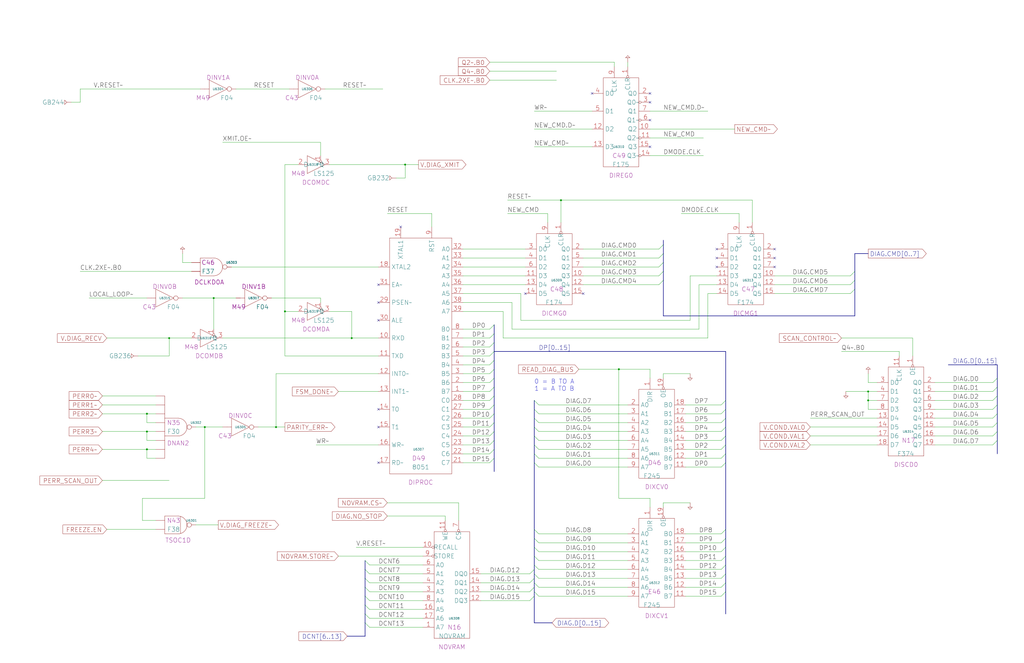
<source format=kicad_sch>
(kicad_sch (version 20250114) (generator "eeschema") (generator_version "9.0")
  (paper "User" 584.2 378.46)
  (title_block (title "DIAGNOSTIC PROCESSOR\\n8051 AND NOVRAM") (date "22-MAR-90") (rev "1.0") (comment 1 "VALUE") (comment 2 "232-003063") (comment 3 "S400") (comment 4 "RELEASED"))
  (text "0 = B TO A\n1 = A TO B\n" (at 327.66 223.52 0) (effects (font (size 2.54 2.54)) (justify right bottom)))
  (junction (at 121.92 170.18))
  (junction (at 157.48 243.84))
  (junction (at 353.06 210.82))
  (junction (at 83.82 256.54))
  (junction (at 96.52 193.04))
  (junction (at 200.66 193.04))
  (junction (at 116.84 243.84))
  (junction (at 320.04 114.3))
  (junction (at 495.3 223.52))
  (junction (at 162.56 177.8))
  (junction (at 231.14 93.98))
  (junction (at 83.82 246.38))
  (junction (at 83.82 236.22))
  (junction (at 495.3 228.6))
  (no_connect (at 441.96 152.4))
  (no_connect (at 337.82 53.34))
  (no_connect (at 215.9 182.88))
  (no_connect (at 228.6 129.54))
  (no_connect (at 408.94 152.4))
  (no_connect (at 408.94 147.32))
  (no_connect (at 215.9 264.16))
  (no_connect (at 215.9 162.56))
  (no_connect (at 332.74 167.64))
  (no_connect (at 441.96 142.24))
  (no_connect (at 370.84 58.42))
  (no_connect (at 215.9 172.72))
  (no_connect (at 441.96 147.32))
  (no_connect (at 370.84 68.58))
  (no_connect (at 370.84 53.34))
  (no_connect (at 215.9 233.68))
  (no_connect (at 299.72 167.64))
  (no_connect (at 408.94 142.24))
  (no_connect (at 215.9 243.84))
  (no_connect (at 370.84 83.82))
  (bus_entry (at 208.28 350.52) (size 2.54 2.54))
  (bus_entry (at 414.02 317.5) (size -2.54 2.54))
  (bus_entry (at 281.94 210.82) (size -2.54 2.54))
  (bus_entry (at 304.8 322.58) (size 2.54 2.54))
  (bus_entry (at 304.8 259.08) (size 2.54 2.54))
  (bus_entry (at 304.8 340.36) (size -2.54 2.54))
  (bus_entry (at 568.96 220.98) (size -2.54 2.54))
  (bus_entry (at 487.68 160.02) (size -2.54 2.54))
  (bus_entry (at 281.94 256.54) (size -2.54 2.54))
  (bus_entry (at 281.94 241.3) (size -2.54 2.54))
  (bus_entry (at 414.02 233.68) (size -2.54 2.54))
  (bus_entry (at 304.8 243.84) (size 2.54 2.54))
  (bus_entry (at 304.8 307.34) (size 2.54 2.54))
  (bus_entry (at 304.8 335.28) (size -2.54 2.54))
  (bus_entry (at 414.02 228.6) (size -2.54 2.54))
  (bus_entry (at 304.8 238.76) (size 2.54 2.54))
  (bus_entry (at 414.02 264.16) (size -2.54 2.54))
  (bus_entry (at 304.8 330.2) (size -2.54 2.54))
  (bus_entry (at 487.68 154.94) (size -2.54 2.54))
  (bus_entry (at 414.02 238.76) (size -2.54 2.54))
  (bus_entry (at 414.02 254) (size -2.54 2.54))
  (bus_entry (at 281.94 231.14) (size -2.54 2.54))
  (bus_entry (at 281.94 215.9) (size -2.54 2.54))
  (bus_entry (at 281.94 251.46) (size -2.54 2.54))
  (bus_entry (at 304.8 317.5) (size 2.54 2.54))
  (bus_entry (at 281.94 190.5) (size -2.54 2.54))
  (bus_entry (at 281.94 185.42) (size -2.54 2.54))
  (bus_entry (at 568.96 251.46) (size -2.54 2.54))
  (bus_entry (at 378.46 139.7) (size -2.54 2.54))
  (bus_entry (at 414.02 322.58) (size -2.54 2.54))
  (bus_entry (at 414.02 248.92) (size -2.54 2.54))
  (bus_entry (at 414.02 332.74) (size -2.54 2.54))
  (bus_entry (at 304.8 264.16) (size 2.54 2.54))
  (bus_entry (at 281.94 205.74) (size -2.54 2.54))
  (bus_entry (at 414.02 312.42) (size -2.54 2.54))
  (bus_entry (at 414.02 302.26) (size -2.54 2.54))
  (bus_entry (at 281.94 200.66) (size -2.54 2.54))
  (bus_entry (at 568.96 246.38) (size -2.54 2.54))
  (bus_entry (at 378.46 160.02) (size -2.54 2.54))
  (bus_entry (at 304.8 337.82) (size 2.54 2.54))
  (bus_entry (at 568.96 236.22) (size -2.54 2.54))
  (bus_entry (at 304.8 327.66) (size 2.54 2.54))
  (bus_entry (at 414.02 337.82) (size -2.54 2.54))
  (bus_entry (at 208.28 340.36) (size 2.54 2.54))
  (bus_entry (at 304.8 325.12) (size -2.54 2.54))
  (bus_entry (at 568.96 241.3) (size -2.54 2.54))
  (bus_entry (at 378.46 144.78) (size -2.54 2.54))
  (bus_entry (at 304.8 254) (size 2.54 2.54))
  (bus_entry (at 378.46 149.86) (size -2.54 2.54))
  (bus_entry (at 378.46 154.94) (size -2.54 2.54))
  (bus_entry (at 281.94 236.22) (size -2.54 2.54))
  (bus_entry (at 568.96 231.14) (size -2.54 2.54))
  (bus_entry (at 281.94 226.06) (size -2.54 2.54))
  (bus_entry (at 304.8 228.6) (size 2.54 2.54))
  (bus_entry (at 414.02 327.66) (size -2.54 2.54))
  (bus_entry (at 414.02 243.84) (size -2.54 2.54))
  (bus_entry (at 281.94 261.62) (size -2.54 2.54))
  (bus_entry (at 208.28 320.04) (size 2.54 2.54))
  (bus_entry (at 281.94 195.58) (size -2.54 2.54))
  (bus_entry (at 304.8 233.68) (size 2.54 2.54))
  (bus_entry (at 568.96 215.9) (size -2.54 2.54))
  (bus_entry (at 208.28 325.12) (size 2.54 2.54))
  (bus_entry (at 304.8 302.26) (size 2.54 2.54))
  (bus_entry (at 414.02 307.34) (size -2.54 2.54))
  (bus_entry (at 568.96 226.06) (size -2.54 2.54))
  (bus_entry (at 208.28 335.28) (size 2.54 2.54))
  (bus_entry (at 281.94 246.38) (size -2.54 2.54))
  (bus_entry (at 304.8 248.92) (size 2.54 2.54))
  (bus_entry (at 208.28 330.2) (size 2.54 2.54))
  (bus_entry (at 208.28 355.6) (size 2.54 2.54))
  (bus_entry (at 414.02 259.08) (size -2.54 2.54))
  (bus_entry (at 304.8 332.74) (size 2.54 2.54))
  (bus_entry (at 487.68 165.1) (size -2.54 2.54))
  (bus_entry (at 304.8 312.42) (size 2.54 2.54))
  (bus_entry (at 281.94 220.98) (size -2.54 2.54))
  (bus_entry (at 208.28 345.44) (size 2.54 2.54))
  (wire (pts (xy 88.9 297.18) (xy 81.28 297.18)))
  (wire (pts (xy 378.46 287.02) (xy 393.7 287.02)))
  (wire (pts (xy 264.16 208.28) (xy 279.4 208.28)))
  (wire (pts (xy 116.84 243.84) (xy 127 243.84)))
  (wire (pts (xy 157.48 243.84) (xy 162.56 243.84)))
  (wire (pts (xy 83.82 241.3) (xy 83.82 236.22)))
  (wire (pts (xy 441.96 167.64) (xy 485.14 167.64)))
  (wire (pts (xy 332.74 147.32) (xy 375.92 147.32)))
  (bus (pts (xy 304.8 337.82) (xy 304.8 340.36)))
  (bus (pts (xy 414.02 302.26) (xy 414.02 307.34)))
  (bus (pts (xy 568.96 215.9) (xy 568.96 220.98)))
  (wire (pts (xy 111.76 299.72) (xy 124.46 299.72)))
  (wire (pts (xy 391.16 304.8) (xy 411.48 304.8)))
  (wire (pts (xy 533.4 254) (xy 566.42 254)))
  (wire (pts (xy 58.42 236.22) (xy 83.82 236.22)))
  (wire (pts (xy 403.86 167.64) (xy 408.94 167.64)))
  (bus (pts (xy 414.02 327.66) (xy 414.02 332.74)))
  (wire (pts (xy 83.82 246.38) (xy 88.9 246.38)))
  (bus (pts (xy 568.96 208.28) (xy 568.96 215.9)))
  (bus (pts (xy 568.96 241.3) (xy 568.96 246.38)))
  (wire (pts (xy 500.38 233.68) (xy 495.3 233.68)))
  (bus (pts (xy 378.46 149.86) (xy 378.46 154.94)))
  (wire (pts (xy 170.18 93.98) (xy 162.56 93.98)))
  (bus (pts (xy 304.8 355.6) (xy 314.96 355.6)))
  (bus (pts (xy 414.02 264.16) (xy 414.02 302.26)))
  (bus (pts (xy 414.02 228.6) (xy 414.02 233.68)))
  (bus (pts (xy 281.94 246.38) (xy 281.94 251.46)))
  (bus (pts (xy 414.02 233.68) (xy 414.02 238.76)))
  (wire (pts (xy 495.3 228.6) (xy 495.3 223.52)))
  (bus (pts (xy 378.46 137.16) (xy 378.46 139.7)))
  (wire (pts (xy 127 193.04) (xy 200.66 193.04)))
  (wire (pts (xy 200.66 193.04) (xy 215.9 193.04)))
  (wire (pts (xy 332.74 157.48) (xy 375.92 157.48)))
  (wire (pts (xy 58.42 231.14) (xy 88.9 231.14)))
  (wire (pts (xy 403.86 193.04) (xy 403.86 167.64)))
  (wire (pts (xy 307.34 231.14) (xy 358.14 231.14)))
  (wire (pts (xy 58.42 256.54) (xy 83.82 256.54)))
  (wire (pts (xy 520.7 193.04) (xy 480.06 193.04)))
  (wire (pts (xy 307.34 266.7) (xy 358.14 266.7)))
  (bus (pts (xy 568.96 226.06) (xy 568.96 231.14)))
  (wire (pts (xy 482.6 223.52) (xy 495.3 223.52)))
  (bus (pts (xy 414.02 254) (xy 414.02 259.08)))
  (wire (pts (xy 264.16 223.52) (xy 279.4 223.52)))
  (wire (pts (xy 378.46 213.36) (xy 393.7 213.36)))
  (wire (pts (xy 127 81.28) (xy 182.88 81.28)))
  (wire (pts (xy 441.96 162.56) (xy 485.14 162.56)))
  (wire (pts (xy 185.42 50.8) (xy 218.44 50.8)))
  (wire (pts (xy 279.4 40.64) (xy 317.5 40.64)))
  (wire (pts (xy 182.88 170.18) (xy 182.88 172.72)))
  (wire (pts (xy 391.16 261.62) (xy 411.48 261.62)))
  (bus (pts (xy 487.68 144.78) (xy 495.3 144.78)))
  (wire (pts (xy 495.3 223.52) (xy 500.38 223.52)))
  (bus (pts (xy 487.68 154.94) (xy 487.68 160.02)))
  (wire (pts (xy 60.96 193.04) (xy 96.52 193.04)))
  (wire (pts (xy 261.62 287.02) (xy 261.62 297.18)))
  (wire (pts (xy 391.16 314.96) (xy 411.48 314.96)))
  (wire (pts (xy 391.16 266.7) (xy 411.48 266.7)))
  (wire (pts (xy 393.7 157.48) (xy 408.94 157.48)))
  (bus (pts (xy 304.8 248.92) (xy 304.8 254)))
  (bus (pts (xy 281.94 231.14) (xy 281.94 236.22)))
  (wire (pts (xy 162.56 203.2) (xy 215.9 203.2)))
  (wire (pts (xy 370.84 73.66) (xy 419.1 73.66)))
  (wire (pts (xy 114.3 50.8) (xy 45.72 50.8)))
  (wire (pts (xy 370.84 289.56) (xy 370.84 284.48)))
  (wire (pts (xy 264.16 213.36) (xy 279.4 213.36)))
  (bus (pts (xy 304.8 312.42) (xy 304.8 317.5)))
  (wire (pts (xy 391.16 335.28) (xy 411.48 335.28)))
  (wire (pts (xy 287.02 193.04) (xy 403.86 193.04)))
  (bus (pts (xy 281.94 220.98) (xy 281.94 226.06)))
  (wire (pts (xy 358.14 35.56) (xy 358.14 38.1)))
  (wire (pts (xy 462.28 238.76) (xy 500.38 238.76)))
  (wire (pts (xy 187.96 177.8) (xy 200.66 177.8)))
  (wire (pts (xy 116.84 284.48) (xy 116.84 243.84)))
  (wire (pts (xy 60.96 302.26) (xy 88.9 302.26)))
  (wire (pts (xy 264.16 264.16) (xy 279.4 264.16)))
  (wire (pts (xy 307.34 246.38) (xy 358.14 246.38)))
  (wire (pts (xy 408.94 162.56) (xy 398.78 162.56)))
  (bus (pts (xy 281.94 236.22) (xy 281.94 241.3)))
  (wire (pts (xy 533.4 243.84) (xy 566.42 243.84)))
  (wire (pts (xy 193.04 223.52) (xy 215.9 223.52)))
  (wire (pts (xy 353.06 210.82) (xy 353.06 284.48)))
  (wire (pts (xy 304.8 83.82) (xy 337.82 83.82)))
  (bus (pts (xy 541.02 208.28) (xy 568.96 208.28)))
  (wire (pts (xy 210.82 332.74) (xy 241.3 332.74)))
  (wire (pts (xy 307.34 256.54) (xy 358.14 256.54)))
  (wire (pts (xy 81.28 284.48) (xy 116.84 284.48)))
  (wire (pts (xy 58.42 274.32) (xy 96.52 274.32)))
  (wire (pts (xy 297.18 182.88) (xy 393.7 182.88)))
  (wire (pts (xy 533.4 218.44) (xy 566.42 218.44)))
  (wire (pts (xy 231.14 93.98) (xy 238.76 93.98)))
  (wire (pts (xy 132.08 152.4) (xy 215.9 152.4)))
  (wire (pts (xy 264.16 162.56) (xy 299.72 162.56)))
  (bus (pts (xy 208.28 325.12) (xy 208.28 330.2)))
  (wire (pts (xy 58.42 226.06) (xy 88.9 226.06)))
  (wire (pts (xy 289.56 121.92) (xy 312.42 121.92)))
  (bus (pts (xy 281.94 200.66) (xy 414.02 200.66)))
  (wire (pts (xy 332.74 152.4) (xy 375.92 152.4)))
  (bus (pts (xy 281.94 215.9) (xy 281.94 220.98)))
  (wire (pts (xy 154.94 170.18) (xy 182.88 170.18)))
  (wire (pts (xy 180.34 254) (xy 215.9 254)))
  (wire (pts (xy 264.16 203.2) (xy 279.4 203.2)))
  (wire (pts (xy 187.96 93.98) (xy 231.14 93.98)))
  (wire (pts (xy 495.3 233.68) (xy 495.3 228.6)))
  (wire (pts (xy 462.28 248.92) (xy 500.38 248.92)))
  (wire (pts (xy 210.82 337.82) (xy 241.3 337.82)))
  (bus (pts (xy 487.68 160.02) (xy 487.68 165.1)))
  (wire (pts (xy 350.52 38.1) (xy 350.52 35.56)))
  (wire (pts (xy 220.98 294.64) (xy 254 294.64)))
  (wire (pts (xy 121.92 170.18) (xy 134.62 170.18)))
  (wire (pts (xy 274.32 327.66) (xy 302.26 327.66)))
  (wire (pts (xy 304.8 73.66) (xy 337.82 73.66)))
  (bus (pts (xy 304.8 238.76) (xy 304.8 243.84)))
  (bus (pts (xy 208.28 355.6) (xy 208.28 363.22)))
  (wire (pts (xy 391.16 320.04) (xy 411.48 320.04)))
  (bus (pts (xy 487.68 165.1) (xy 487.68 180.34)))
  (bus (pts (xy 304.8 335.28) (xy 304.8 337.82)))
  (wire (pts (xy 307.34 304.8) (xy 358.14 304.8)))
  (wire (pts (xy 264.16 177.8) (xy 287.02 177.8)))
  (wire (pts (xy 378.46 289.56) (xy 378.46 287.02)))
  (bus (pts (xy 568.96 231.14) (xy 568.96 236.22)))
  (bus (pts (xy 378.46 139.7) (xy 378.46 144.78)))
  (wire (pts (xy 210.82 358.14) (xy 241.3 358.14)))
  (wire (pts (xy 320.04 114.3) (xy 429.26 114.3)))
  (wire (pts (xy 312.42 127) (xy 312.42 121.92)))
  (bus (pts (xy 414.02 200.66) (xy 414.02 228.6)))
  (wire (pts (xy 287.02 177.8) (xy 287.02 193.04)))
  (wire (pts (xy 370.84 284.48) (xy 353.06 284.48)))
  (bus (pts (xy 304.8 228.6) (xy 304.8 233.68)))
  (wire (pts (xy 533.4 228.6) (xy 566.42 228.6)))
  (wire (pts (xy 391.16 236.22) (xy 411.48 236.22)))
  (wire (pts (xy 210.82 327.66) (xy 241.3 327.66)))
  (wire (pts (xy 370.84 215.9) (xy 370.84 210.82)))
  (wire (pts (xy 391.16 251.46) (xy 411.48 251.46)))
  (wire (pts (xy 292.1 187.96) (xy 292.1 172.72)))
  (wire (pts (xy 246.38 129.54) (xy 246.38 121.92)))
  (bus (pts (xy 487.68 144.78) (xy 487.68 154.94)))
  (bus (pts (xy 198.12 363.22) (xy 208.28 363.22)))
  (wire (pts (xy 307.34 261.62) (xy 358.14 261.62)))
  (bus (pts (xy 568.96 246.38) (xy 568.96 251.46)))
  (wire (pts (xy 391.16 246.38) (xy 411.48 246.38)))
  (wire (pts (xy 58.42 246.38) (xy 83.82 246.38)))
  (wire (pts (xy 96.52 203.2) (xy 96.52 193.04)))
  (wire (pts (xy 203.2 312.42) (xy 241.3 312.42)))
  (wire (pts (xy 96.52 193.04) (xy 109.22 193.04)))
  (wire (pts (xy 264.16 218.44) (xy 279.4 218.44)))
  (wire (pts (xy 462.28 243.84) (xy 500.38 243.84)))
  (wire (pts (xy 307.34 309.88) (xy 358.14 309.88)))
  (wire (pts (xy 200.66 177.8) (xy 200.66 193.04)))
  (bus (pts (xy 304.8 332.74) (xy 304.8 335.28)))
  (wire (pts (xy 121.92 170.18) (xy 121.92 187.96)))
  (wire (pts (xy 83.82 236.22) (xy 88.9 236.22)))
  (wire (pts (xy 391.16 330.2) (xy 411.48 330.2)))
  (wire (pts (xy 297.18 167.64) (xy 297.18 182.88)))
  (wire (pts (xy 520.7 203.2) (xy 520.7 193.04)))
  (bus (pts (xy 304.8 302.26) (xy 304.8 307.34)))
  (wire (pts (xy 210.82 342.9) (xy 241.3 342.9)))
  (wire (pts (xy 261.62 287.02) (xy 220.98 287.02)))
  (wire (pts (xy 307.34 330.2) (xy 358.14 330.2)))
  (wire (pts (xy 274.32 332.74) (xy 302.26 332.74)))
  (bus (pts (xy 281.94 195.58) (xy 281.94 200.66)))
  (wire (pts (xy 462.28 254) (xy 500.38 254)))
  (wire (pts (xy 391.16 231.14) (xy 411.48 231.14)))
  (wire (pts (xy 393.7 182.88) (xy 393.7 157.48)))
  (bus (pts (xy 304.8 254) (xy 304.8 259.08)))
  (bus (pts (xy 281.94 256.54) (xy 281.94 261.62)))
  (wire (pts (xy 292.1 172.72) (xy 264.16 172.72)))
  (bus (pts (xy 414.02 322.58) (xy 414.02 327.66)))
  (wire (pts (xy 162.56 177.8) (xy 162.56 203.2)))
  (wire (pts (xy 332.74 142.24) (xy 375.92 142.24)))
  (wire (pts (xy 274.32 342.9) (xy 302.26 342.9)))
  (wire (pts (xy 264.16 187.96) (xy 279.4 187.96)))
  (bus (pts (xy 304.8 259.08) (xy 304.8 264.16)))
  (wire (pts (xy 182.88 81.28) (xy 182.88 88.9)))
  (wire (pts (xy 320.04 114.3) (xy 320.04 127)))
  (bus (pts (xy 568.96 236.22) (xy 568.96 241.3)))
  (bus (pts (xy 304.8 330.2) (xy 304.8 332.74)))
  (wire (pts (xy 193.04 317.5) (xy 241.3 317.5)))
  (wire (pts (xy 533.4 223.52) (xy 566.42 223.52)))
  (bus (pts (xy 414.02 312.42) (xy 414.02 317.5)))
  (wire (pts (xy 147.32 243.84) (xy 157.48 243.84)))
  (wire (pts (xy 162.56 177.8) (xy 170.18 177.8)))
  (bus (pts (xy 304.8 327.66) (xy 304.8 330.2)))
  (wire (pts (xy 45.72 58.42) (xy 40.64 58.42)))
  (wire (pts (xy 391.16 241.3) (xy 411.48 241.3)))
  (bus (pts (xy 378.46 154.94) (xy 378.46 160.02)))
  (bus (pts (xy 378.46 160.02) (xy 378.46 180.34)))
  (wire (pts (xy 533.4 233.68) (xy 566.42 233.68)))
  (wire (pts (xy 391.16 256.54) (xy 411.48 256.54)))
  (wire (pts (xy 289.56 114.3) (xy 320.04 114.3)))
  (wire (pts (xy 279.4 45.72) (xy 317.5 45.72)))
  (wire (pts (xy 307.34 241.3) (xy 358.14 241.3)))
  (bus (pts (xy 304.8 243.84) (xy 304.8 248.92)))
  (wire (pts (xy 307.34 314.96) (xy 358.14 314.96)))
  (bus (pts (xy 208.28 350.52) (xy 208.28 355.6)))
  (bus (pts (xy 281.94 241.3) (xy 281.94 246.38)))
  (bus (pts (xy 208.28 330.2) (xy 208.28 335.28)))
  (wire (pts (xy 264.16 228.6) (xy 279.4 228.6)))
  (wire (pts (xy 134.62 50.8) (xy 165.1 50.8)))
  (wire (pts (xy 495.3 218.44) (xy 495.3 213.36)))
  (wire (pts (xy 88.9 241.3) (xy 83.82 241.3)))
  (wire (pts (xy 264.16 198.12) (xy 279.4 198.12)))
  (wire (pts (xy 500.38 228.6) (xy 495.3 228.6)))
  (wire (pts (xy 353.06 210.82) (xy 370.84 210.82)))
  (wire (pts (xy 226.06 101.6) (xy 231.14 101.6)))
  (wire (pts (xy 274.32 337.82) (xy 302.26 337.82)))
  (wire (pts (xy 88.9 251.46) (xy 83.82 251.46)))
  (wire (pts (xy 264.16 142.24) (xy 299.72 142.24)))
  (bus (pts (xy 414.02 317.5) (xy 414.02 322.58)))
  (wire (pts (xy 398.78 162.56) (xy 398.78 187.96)))
  (wire (pts (xy 421.64 127) (xy 421.64 121.92)))
  (wire (pts (xy 391.16 325.12) (xy 411.48 325.12)))
  (wire (pts (xy 83.82 256.54) (xy 88.9 256.54)))
  (wire (pts (xy 78.74 203.2) (xy 96.52 203.2)))
  (bus (pts (xy 281.94 210.82) (xy 281.94 215.9)))
  (bus (pts (xy 281.94 200.66) (xy 281.94 205.74)))
  (wire (pts (xy 279.4 35.56) (xy 350.52 35.56)))
  (wire (pts (xy 264.16 193.04) (xy 279.4 193.04)))
  (bus (pts (xy 304.8 264.16) (xy 304.8 302.26)))
  (wire (pts (xy 254 297.18) (xy 254 294.64)))
  (wire (pts (xy 264.16 147.32) (xy 299.72 147.32)))
  (wire (pts (xy 111.76 243.84) (xy 116.84 243.84)))
  (bus (pts (xy 414.02 248.92) (xy 414.02 254)))
  (wire (pts (xy 533.4 238.76) (xy 566.42 238.76)))
  (wire (pts (xy 45.72 154.94) (xy 109.22 154.94)))
  (wire (pts (xy 109.22 149.86) (xy 104.14 149.86)))
  (bus (pts (xy 414.02 337.82) (xy 414.02 350.52)))
  (bus (pts (xy 304.8 233.68) (xy 304.8 238.76)))
  (wire (pts (xy 391.16 340.36) (xy 411.48 340.36)))
  (wire (pts (xy 330.2 210.82) (xy 353.06 210.82)))
  (wire (pts (xy 104.14 170.18) (xy 121.92 170.18)))
  (bus (pts (xy 414.02 259.08) (xy 414.02 264.16)))
  (wire (pts (xy 210.82 353.06) (xy 241.3 353.06)))
  (bus (pts (xy 281.94 261.62) (xy 281.94 269.24)))
  (bus (pts (xy 281.94 190.5) (xy 281.94 195.58)))
  (wire (pts (xy 264.16 254) (xy 279.4 254)))
  (wire (pts (xy 231.14 101.6) (xy 231.14 93.98)))
  (bus (pts (xy 414.02 332.74) (xy 414.02 337.82)))
  (bus (pts (xy 281.94 251.46) (xy 281.94 256.54)))
  (bus (pts (xy 304.8 340.36) (xy 304.8 355.6)))
  (wire (pts (xy 533.4 248.92) (xy 566.42 248.92)))
  (wire (pts (xy 307.34 251.46) (xy 358.14 251.46)))
  (wire (pts (xy 370.84 78.74) (xy 401.32 78.74)))
  (bus (pts (xy 304.8 317.5) (xy 304.8 322.58)))
  (bus (pts (xy 281.94 205.74) (xy 281.94 210.82)))
  (wire (pts (xy 45.72 50.8) (xy 45.72 58.42)))
  (bus (pts (xy 568.96 251.46) (xy 568.96 259.08)))
  (wire (pts (xy 104.14 149.86) (xy 104.14 144.78)))
  (wire (pts (xy 264.16 248.92) (xy 279.4 248.92)))
  (bus (pts (xy 304.8 325.12) (xy 304.8 327.66)))
  (wire (pts (xy 157.48 243.84) (xy 157.48 213.36)))
  (wire (pts (xy 264.16 167.64) (xy 297.18 167.64)))
  (bus (pts (xy 208.28 335.28) (xy 208.28 340.36)))
  (wire (pts (xy 429.26 127) (xy 429.26 114.3)))
  (wire (pts (xy 264.16 243.84) (xy 279.4 243.84)))
  (wire (pts (xy 307.34 340.36) (xy 358.14 340.36)))
  (wire (pts (xy 398.78 187.96) (xy 292.1 187.96)))
  (wire (pts (xy 307.34 236.22) (xy 358.14 236.22)))
  (wire (pts (xy 388.62 121.92) (xy 421.64 121.92)))
  (bus (pts (xy 378.46 144.78) (xy 378.46 149.86)))
  (wire (pts (xy 264.16 238.76) (xy 279.4 238.76)))
  (bus (pts (xy 414.02 307.34) (xy 414.02 312.42)))
  (bus (pts (xy 304.8 322.58) (xy 304.8 325.12)))
  (wire (pts (xy 441.96 157.48) (xy 485.14 157.48)))
  (wire (pts (xy 210.82 322.58) (xy 241.3 322.58)))
  (wire (pts (xy 83.82 261.62) (xy 83.82 256.54)))
  (wire (pts (xy 88.9 261.62) (xy 83.82 261.62)))
  (bus (pts (xy 208.28 345.44) (xy 208.28 350.52)))
  (wire (pts (xy 264.16 259.08) (xy 279.4 259.08)))
  (wire (pts (xy 50.8 170.18) (xy 83.82 170.18)))
  (wire (pts (xy 513.08 203.2) (xy 513.08 200.66)))
  (wire (pts (xy 500.38 218.44) (xy 495.3 218.44)))
  (wire (pts (xy 81.28 297.18) (xy 81.28 284.48)))
  (bus (pts (xy 304.8 307.34) (xy 304.8 312.42)))
  (wire (pts (xy 162.56 93.98) (xy 162.56 177.8)))
  (wire (pts (xy 264.16 157.48) (xy 299.72 157.48)))
  (wire (pts (xy 220.98 121.92) (xy 246.38 121.92)))
  (bus (pts (xy 281.94 185.42) (xy 281.94 190.5)))
  (wire (pts (xy 307.34 320.04) (xy 358.14 320.04)))
  (bus (pts (xy 414.02 243.84) (xy 414.02 248.92)))
  (wire (pts (xy 480.06 200.66) (xy 513.08 200.66)))
  (wire (pts (xy 264.16 233.68) (xy 279.4 233.68)))
  (bus (pts (xy 414.02 238.76) (xy 414.02 243.84)))
  (bus (pts (xy 281.94 226.06) (xy 281.94 231.14)))
  (wire (pts (xy 391.16 309.88) (xy 411.48 309.88)))
  (wire (pts (xy 157.48 213.36) (xy 215.9 213.36)))
  (wire (pts (xy 370.84 63.5) (xy 403.86 63.5)))
  (wire (pts (xy 264.16 152.4) (xy 299.72 152.4)))
  (bus (pts (xy 208.28 340.36) (xy 208.28 345.44)))
  (bus (pts (xy 568.96 220.98) (xy 568.96 226.06)))
  (bus (pts (xy 208.28 320.04) (xy 208.28 325.12)))
  (wire (pts (xy 378.46 215.9) (xy 378.46 213.36)))
  (wire (pts (xy 210.82 347.98) (xy 241.3 347.98)))
  (wire (pts (xy 307.34 335.28) (xy 358.14 335.28)))
  (wire (pts (xy 370.84 88.9) (xy 401.32 88.9)))
  (wire (pts (xy 332.74 162.56) (xy 375.92 162.56)))
  (wire (pts (xy 304.8 63.5) (xy 337.82 63.5)))
  (wire (pts (xy 307.34 325.12) (xy 358.14 325.12)))
  (wire (pts (xy 83.82 251.46) (xy 83.82 246.38)))
  (bus (pts (xy 378.46 180.34) (xy 487.68 180.34)))
  (label "DP12" (at 269.24 248.92 0) (effects (font (size 2.54 2.54))))
  (label "WR~" (at 304.8 63.5 0) (effects (font (size 2.54 2.54))))
  (label "DP14" (at 398.78 335.28 0) (effects (font (size 2.54 2.54))))
  (label "LOCAL_LOOP~" (at 50.8 170.18 0) (effects (font (size 2.54 2.54))))
  (label "DP12" (at 398.78 325.12 0) (effects (font (size 2.54 2.54))))
  (label "DIAG.D13" (at 322.58 330.2 0) (effects (font (size 2.54 2.54))))
  (label "CLK.2XE~.B0" (at 45.72 154.94 0) (effects (font (size 2.54 2.54))))
  (label "XMIT.OE~" (at 127 81.28 0) (effects (font (size 2.54 2.54))))
  (label "NEW_CMD" (at 289.56 121.92 0) (effects (font (size 2.54 2.54))))
  (label "DP6" (at 396.24 236.22 0) (effects (font (size 2.54 2.54))))
  (label "DIAG.D7" (at 543.56 254 0) (effects (font (size 2.54 2.54))))
  (label "DIAG.D7" (at 322.58 231.14 0) (effects (font (size 2.54 2.54))))
  (label "DP3" (at 269.24 203.2 0) (effects (font (size 2.54 2.54))))
  (label "DP0" (at 396.24 266.7 0) (effects (font (size 2.54 2.54))))
  (label "DMODE.CLK" (at 388.62 121.92 0) (effects (font (size 2.54 2.54))))
  (label "DCNT13" (at 215.9 358.14 0) (effects (font (size 2.54 2.54))))
  (label "DP0" (at 269.24 187.96 0) (effects (font (size 2.54 2.54))))
  (label "DP7" (at 269.24 223.52 0) (effects (font (size 2.54 2.54))))
  (label "NEW_CMD" (at 378.46 78.74 0) (effects (font (size 2.54 2.54))))
  (label "DIAG.D4" (at 322.58 246.38 0) (effects (font (size 2.54 2.54))))
  (label "DIAG.D6" (at 543.56 248.92 0) (effects (font (size 2.54 2.54))))
  (label "Q4~.B0" (at 480.06 200.66 0) (effects (font (size 2.54 2.54))))
  (label "DIAG.D11" (at 322.58 320.04 0) (effects (font (size 2.54 2.54))))
  (label "DP1" (at 396.24 261.62 0) (effects (font (size 2.54 2.54))))
  (label "DCNT10" (at 215.9 342.9 0) (effects (font (size 2.54 2.54))))
  (label "DIAG.D5" (at 543.56 243.84 0) (effects (font (size 2.54 2.54))))
  (label "DIAG.CMD3" (at 342.9 157.48 0) (effects (font (size 2.54 2.54))))
  (label "DIAG.CMD7" (at 452.12 167.64 0) (effects (font (size 2.54 2.54))))
  (label "DP15" (at 269.24 264.16 0) (effects (font (size 2.54 2.54))))
  (label "DIAG.D3" (at 322.58 251.46 0) (effects (font (size 2.54 2.54))))
  (label "DP[0..15]" (at 307.34 200.66 0) (effects (font (size 2.54 2.54))))
  (label "DIAG.D0" (at 322.58 266.7 0) (effects (font (size 2.54 2.54))))
  (label "DP9" (at 269.24 233.68 0) (effects (font (size 2.54 2.54))))
  (label "DIAG.D15" (at 322.58 340.36 0) (effects (font (size 2.54 2.54))))
  (label "PERR_SCAN_OUT" (at 462.28 238.76 0) (effects (font (size 2.54 2.54))))
  (label "DP7" (at 396.24 231.14 0) (effects (font (size 2.54 2.54))))
  (label "DIAG.D1" (at 322.58 261.62 0) (effects (font (size 2.54 2.54))))
  (label "DCNT6" (at 215.9 322.58 0) (effects (font (size 2.54 2.54))))
  (label "DIAG.D3" (at 543.56 233.68 0) (effects (font (size 2.54 2.54))))
  (label "DIAG.D2" (at 543.56 228.6 0) (effects (font (size 2.54 2.54))))
  (label "DIAG.D15" (at 279.4 342.9 0) (effects (font (size 2.54 2.54))))
  (label "NEW_CMD.D~" (at 378.46 63.5 0) (effects (font (size 2.54 2.54))))
  (label "DP6" (at 269.24 218.44 0) (effects (font (size 2.54 2.54))))
  (label "DIAG.CMD0" (at 342.9 142.24 0) (effects (font (size 2.54 2.54))))
  (label "RESET~" (at 195.58 50.8 0) (effects (font (size 2.54 2.54))))
  (label "V.RESET~" (at 203.2 312.42 0) (effects (font (size 2.54 2.54))))
  (label "RESET~" (at 289.56 114.3 0) (effects (font (size 2.54 2.54))))
  (label "RESET" (at 220.98 121.92 0) (effects (font (size 2.54 2.54))))
  (label "DIAG.D2" (at 322.58 256.54 0) (effects (font (size 2.54 2.54))))
  (label "DP9" (at 398.78 309.88 0) (effects (font (size 2.54 2.54))))
  (label "DIAG.D14" (at 322.58 335.28 0) (effects (font (size 2.54 2.54))))
  (label "DIAG.D6" (at 322.58 236.22 0) (effects (font (size 2.54 2.54))))
  (label "DIAG.D9" (at 322.58 309.88 0) (effects (font (size 2.54 2.54))))
  (label "DIAG.D12" (at 322.58 325.12 0) (effects (font (size 2.54 2.54))))
  (label "DP11" (at 269.24 243.84 0) (effects (font (size 2.54 2.54))))
  (label "DP11" (at 398.78 320.04 0) (effects (font (size 2.54 2.54))))
  (label "DP8" (at 398.78 304.8 0) (effects (font (size 2.54 2.54))))
  (label "DP10" (at 398.78 314.96 0) (effects (font (size 2.54 2.54))))
  (label "DIAG.D10" (at 322.58 314.96 0) (effects (font (size 2.54 2.54))))
  (label "DIAG.D12" (at 279.4 327.66 0) (effects (font (size 2.54 2.54))))
  (label "DIAG.D0" (at 543.56 218.44 0) (effects (font (size 2.54 2.54))))
  (label "DCNT7" (at 215.9 327.66 0) (effects (font (size 2.54 2.54))))
  (label "WR~" (at 180.34 254 0) (effects (font (size 2.54 2.54))))
  (label "NEW_CMD.D~" (at 304.8 73.66 0) (effects (font (size 2.54 2.54))))
  (label "DP14" (at 269.24 259.08 0) (effects (font (size 2.54 2.54))))
  (label "DP13" (at 269.24 254 0) (effects (font (size 2.54 2.54))))
  (label "DP10" (at 269.24 238.76 0) (effects (font (size 2.54 2.54))))
  (label "DP4" (at 396.24 246.38 0) (effects (font (size 2.54 2.54))))
  (label "DP1" (at 269.24 193.04 0) (effects (font (size 2.54 2.54))))
  (label "DCNT8" (at 215.9 332.74 0) (effects (font (size 2.54 2.54))))
  (label "DP2" (at 269.24 198.12 0) (effects (font (size 2.54 2.54))))
  (label "DIAG.D13" (at 279.4 332.74 0) (effects (font (size 2.54 2.54))))
  (label "DIAG.D14" (at 279.4 337.82 0) (effects (font (size 2.54 2.54))))
  (label "DP4" (at 269.24 208.28 0) (effects (font (size 2.54 2.54))))
  (label "DIAG.D8" (at 322.58 304.8 0) (effects (font (size 2.54 2.54))))
  (label "DIAG.D4" (at 543.56 238.76 0) (effects (font (size 2.54 2.54))))
  (label "DIAG.D1" (at 543.56 223.52 0) (effects (font (size 2.54 2.54))))
  (label "RESET" (at 144.78 50.8 0) (effects (font (size 2.54 2.54))))
  (label "DIAG.CMD2" (at 342.9 152.4 0) (effects (font (size 2.54 2.54))))
  (label "DIAG.CMD5" (at 452.12 157.48 0) (effects (font (size 2.54 2.54))))
  (label "DP3" (at 396.24 251.46 0) (effects (font (size 2.54 2.54))))
  (label "DP2" (at 396.24 256.54 0) (effects (font (size 2.54 2.54))))
  (label "DIAG.CMD4" (at 342.9 162.56 0) (effects (font (size 2.54 2.54))))
  (label "DIAG.CMD6" (at 452.12 162.56 0) (effects (font (size 2.54 2.54))))
  (label "DP5" (at 396.24 241.3 0) (effects (font (size 2.54 2.54))))
  (label "DCNT12" (at 215.9 353.06 0) (effects (font (size 2.54 2.54))))
  (label "DIAG.D[0..15]" (at 543.56 208.28 0) (effects (font (size 2.54 2.54))))
  (label "DCNT9" (at 215.9 337.82 0) (effects (font (size 2.54 2.54))))
  (label "DMODE.CLK" (at 378.46 88.9 0) (effects (font (size 2.54 2.54))))
  (label "DP15" (at 398.78 340.36 0) (effects (font (size 2.54 2.54))))
  (label "DIAG.CMD1" (at 342.9 147.32 0) (effects (font (size 2.54 2.54))))
  (label "NEW_CMD~" (at 304.8 83.82 0) (effects (font (size 2.54 2.54))))
  (label "DCNT11" (at 215.9 347.98 0) (effects (font (size 2.54 2.54))))
  (label "V.RESET~" (at 53.34 50.8 0) (effects (font (size 2.54 2.54))))
  (label "DP8" (at 269.24 228.6 0) (effects (font (size 2.54 2.54))))
  (label "DIAG.D5" (at 322.58 241.3 0) (effects (font (size 2.54 2.54))))
  (label "DP5" (at 269.24 213.36 0) (effects (font (size 2.54 2.54))))
  (label "DP13" (at 398.78 330.2 0) (effects (font (size 2.54 2.54))))
  (global_label "READ_DIAG_BUS" (shape input) (at 330.2 210.82 180) (effects (font (size 2.54 2.54))) (property "Intersheetrefs" "${INTERSHEET_REFS}" (at 296.0521 210.6613 0) (effects (font (size 1.905 1.905)) (justify right))))
  (global_label "SCAN_CONTROL~" (shape input) (at 480.06 193.04 180) (effects (font (size 2.54 2.54))) (property "Intersheetrefs" "${INTERSHEET_REFS}" (at 444.8235 192.8813 0) (effects (font (size 1.905 1.905)) (justify right))))
  (global_label "DCNT[6..13]" (shape input) (at 198.12 363.22 180) (effects (font (size 2.54 2.54))) (property "Intersheetrefs" "${INTERSHEET_REFS}" (at 170.7455 363.0613 0) (effects (font (size 1.905 1.905)) (justify right))))
  (global_label "V.DIAG_XMIT" (shape output) (at 238.76 93.98 0) (effects (font (size 2.54 2.54))) (property "Intersheetrefs" "${INTERSHEET_REFS}" (at 265.8412 93.8213 0) (effects (font (size 1.905 1.905)) (justify left))))
  (global_label "FREEZE.EN" (shape input) (at 60.96 302.26 180) (effects (font (size 2.54 2.54))) (property "Intersheetrefs" "${INTERSHEET_REFS}" (at 36.1255 302.1013 0) (effects (font (size 1.905 1.905)) (justify right))))
  (global_label "PERR4~" (shape input) (at 58.42 256.54 180) (effects (font (size 2.54 2.54))) (property "Intersheetrefs" "${INTERSHEET_REFS}" (at 39.6331 256.3813 0) (effects (font (size 1.905 1.905)) (justify right))))
  (global_label "V.DIAG_FREEZE~" (shape output) (at 124.46 299.72 0) (effects (font (size 2.54 2.54))) (property "Intersheetrefs" "${INTERSHEET_REFS}" (at 158.7288 299.5613 0) (effects (font (size 1.905 1.905)) (justify left))))
  (global_label "DIAG.NO_STOP" (shape input) (at 220.98 294.64 180) (effects (font (size 2.54 2.54))) (property "Intersheetrefs" "${INTERSHEET_REFS}" (at 189.8559 294.4813 0) (effects (font (size 1.905 1.905)) (justify right))))
  (global_label "PERR0~" (shape input) (at 58.42 226.06 180) (effects (font (size 2.54 2.54))) (property "Intersheetrefs" "${INTERSHEET_REFS}" (at 39.6331 225.9013 0) (effects (font (size 1.905 1.905)) (justify right))))
  (global_label "PERR2~" (shape input) (at 58.42 236.22 180) (effects (font (size 2.54 2.54))) (property "Intersheetrefs" "${INTERSHEET_REFS}" (at 39.6331 236.0613 0) (effects (font (size 1.905 1.905)) (justify right))))
  (global_label "NOVRAM.STORE~" (shape input) (at 193.04 317.5 180) (effects (font (size 2.54 2.54))) (property "Intersheetrefs" "${INTERSHEET_REFS}" (at 158.4083 317.3413 0) (effects (font (size 1.905 1.905)) (justify right))))
  (global_label "Q2~.B0" (shape input) (at 279.4 35.56 180) (effects (font (size 2.54 2.54))) (property "Intersheetrefs" "${INTERSHEET_REFS}" (at 261.7016 35.4013 0) (effects (font (size 1.905 1.905)) (justify right))))
  (global_label "NOVRAM.CS~" (shape input) (at 220.98 287.02 180) (effects (font (size 2.54 2.54))) (property "Intersheetrefs" "${INTERSHEET_REFS}" (at 193.2426 286.8613 0) (effects (font (size 1.905 1.905)) (justify right))))
  (global_label "V.DIAG_RECV" (shape input) (at 60.96 193.04 180) (effects (font (size 2.54 2.54))) (property "Intersheetrefs" "${INTERSHEET_REFS}" (at 32.7902 192.8813 0) (effects (font (size 1.905 1.905)) (justify right))))
  (global_label "PARITY_ERR~" (shape output) (at 162.56 243.84 0) (effects (font (size 2.54 2.54))) (property "Intersheetrefs" "${INTERSHEET_REFS}" (at 190.9022 243.6813 0) (effects (font (size 1.905 1.905)) (justify left))))
  (global_label "V.COND.VAL2" (shape input) (at 462.28 254 180) (effects (font (size 2.54 2.54))) (property "Intersheetrefs" "${INTERSHEET_REFS}" (at 433.8169 253.8413 0) (effects (font (size 1.905 1.905)) (justify right))))
  (global_label "Q4~.B0" (shape input) (at 279.4 40.64 180) (effects (font (size 2.54 2.54))) (property "Intersheetrefs" "${INTERSHEET_REFS}" (at 261.7016 40.4813 0) (effects (font (size 1.905 1.905)) (justify right))))
  (global_label "FSM_DONE~" (shape input) (at 193.04 223.52 180) (effects (font (size 2.54 2.54))) (property "Intersheetrefs" "${INTERSHEET_REFS}" (at 166.9959 223.3613 0) (effects (font (size 1.905 1.905)) (justify right))))
  (global_label "DIAG.CMD[0..7]" (shape output) (at 495.3 144.78 0) (effects (font (size 2.54 2.54))) (property "Intersheetrefs" "${INTERSHEET_REFS}" (at 528.2384 144.6213 0) (effects (font (size 1.905 1.905)) (justify left))))
  (global_label "DIAG.D[0..15]" (shape bidirectional) (at 314.96 355.6 0) (effects (font (size 2.54 2.54))) (property "Intersheetrefs" "${INTERSHEET_REFS}" (at 344.8745 355.4413 0) (effects (font (size 1.905 1.905)) (justify left))))
  (global_label "V.COND.VAL0" (shape input) (at 462.28 243.84 180) (effects (font (size 2.54 2.54))) (property "Intersheetrefs" "${INTERSHEET_REFS}" (at 433.8169 243.6813 0) (effects (font (size 1.905 1.905)) (justify right))))
  (global_label "CLK.2XE~.B0" (shape input) (at 279.4 45.72 180) (effects (font (size 2.54 2.54))) (property "Intersheetrefs" "${INTERSHEET_REFS}" (at 251.2997 45.5613 0) (effects (font (size 1.905 1.905)) (justify right))))
  (global_label "NEW_CMD~" (shape output) (at 419.1 73.66 0) (effects (font (size 2.54 2.54))) (property "Intersheetrefs" "${INTERSHEET_REFS}" (at 443.3298 73.5013 0) (effects (font (size 1.905 1.905)) (justify left))))
  (global_label "V.COND.VAL1" (shape input) (at 462.28 248.92 180) (effects (font (size 2.54 2.54))) (property "Intersheetrefs" "${INTERSHEET_REFS}" (at 433.8169 248.7613 0) (effects (font (size 1.905 1.905)) (justify right))))
  (global_label "PERR_SCAN_OUT" (shape input) (at 58.42 274.32 180) (effects (font (size 2.54 2.54))) (property "Intersheetrefs" "${INTERSHEET_REFS}" (at 22.9416 274.1613 0) (effects (font (size 1.905 1.905)) (justify right))))
  (global_label "PERR3~" (shape input) (at 58.42 246.38 180) (effects (font (size 2.54 2.54))) (property "Intersheetrefs" "${INTERSHEET_REFS}" (at 39.6331 246.2213 0) (effects (font (size 1.905 1.905)) (justify right))))
  (global_label "PERR1~" (shape input) (at 58.42 231.14 180) (effects (font (size 2.54 2.54))) (property "Intersheetrefs" "${INTERSHEET_REFS}" (at 39.6331 230.9813 0) (effects (font (size 1.905 1.905)) (justify right))))
  (symbol (lib_id "r1000:PU") (at 495.3 213.36 0) (unit 1)
    (property "Reference" "#PWR06306" (effects (hide yes)))
    (property "Value" "PU" (effects (hide yes)))
  )
  (symbol (lib_id "r1000:GB") (at 78.74 203.2 0) (mirror y) (unit 1)
    (property "Reference" "GB236" (at 74.93 203.2 0) (effects (font (size 2.54 2.54)) (justify left)))
    (property "Value" "GB" (effects (hide yes)))
  )
  (symbol (lib_id "r1000:PU") (at 104.14 144.78 0) (unit 1)
    (property "Reference" "#PWR06301" (effects (hide yes)))
    (property "Value" "PU" (effects (hide yes)))
  )
  (symbol (lib_id "r1000:F04") (at 124.46 50.8 0) (unit 1)
    (property "Reference" "U6304" (at 124.46 50.8 0))
    (property "Value" "F04" (at 125.73 55.88 0) (effects (font (size 2.54 2.54)) (justify left)))
    (property "Location" "M49" (at 111.76 55.88 0) (effects (font (size 2.54 2.54)) (justify left)))
    (property "Name" "DINV1A" (at 124.46 45.72 0) (effects (font (size 2.54 2.54)) (justify bottom)))
  )
  (symbol (lib_id "r1000:F30") (at 96.52 243.84 0) (unit 1)
    (property "Reference" "U6302" (at 111.76 241.3 0))
    (property "Value" "F30" (at 99.06 246.38 0) (effects (font (size 2.54 2.54))))
    (property "Location" "N35" (at 99.06 241.3 0) (effects (font (size 2.54 2.54))))
    (property "Name" "DNAN2" (at 101.6 254.46 0) (effects (font (size 2.54 2.54)) (justify bottom)))
  )
  (symbol (lib_id "r1000:F04") (at 144.78 170.18 0) (unit 1)
    (property "Reference" "U6317" (at 144.78 170.18 0))
    (property "Value" "F04" (at 146.05 175.26 0) (effects (font (size 2.54 2.54)) (justify left)))
    (property "Location" "M49" (at 132.08 175.26 0) (effects (font (size 2.54 2.54)) (justify left)))
    (property "Name" "DINV1B" (at 144.78 165.1 0) (effects (font (size 2.54 2.54)) (justify bottom)))
  )
  (symbol (lib_id "r1000:8051") (at 236.22 261.62 0) (unit 1)
    (property "Reference" "U6307" (at 238.76 256.54 0))
    (property "Value" "8051" (at 234.95 266.7 0) (effects (font (size 2.54 2.54)) (justify left)))
    (property "Location" "D49" (at 234.95 261.62 0) (effects (font (size 2.54 2.54)) (justify left)))
    (property "Name" "DIPROC" (at 240.03 276.86 0) (effects (font (size 2.54 2.54)) (justify bottom)))
  )
  (symbol (lib_id "r1000:F175") (at 350.52 88.9 0) (unit 1)
    (property "Reference" "U6310" (at 353.06 83.82 0))
    (property "Value" "F175" (at 349.25 93.98 0) (effects (font (size 2.54 2.54)) (justify left)))
    (property "Location" "C49" (at 349.25 88.9 0) (effects (font (size 2.54 2.54)) (justify left)))
    (property "Name" "DIREG0" (at 354.33 101.6 0) (effects (font (size 2.54 2.54)) (justify bottom)))
  )
  (symbol (lib_id "r1000:F37") (at 116.84 149.86 0) (unit 1)
    (property "Reference" "U6303" (at 132.08 149.86 0))
    (property "Value" "F37" (at 118.745 154.94 0) (effects (font (size 2.54 2.54))))
    (property "Location" "C46" (at 118.745 149.86 0) (effects (font (size 2.54 2.54))))
    (property "Name" "DCLKD0A" (at 119.38 162.56 0) (effects (font (size 2.54 2.54)) (justify bottom)))
  )
  (symbol (lib_id "r1000:F04") (at 137.16 243.84 0) (unit 1)
    (property "Reference" "U6305" (at 137.16 243.84 0))
    (property "Value" "F04" (at 138.43 248.92 0) (effects (font (size 2.54 2.54)) (justify left)))
    (property "Location" "C43" (at 124.46 248.92 0) (effects (font (size 2.54 2.54)) (justify left)))
    (property "Name" "DINV0C" (at 137.16 238.76 0) (effects (font (size 2.54 2.54)) (justify bottom)))
  )
  (symbol (lib_id "r1000:PU") (at 358.14 35.56 0) (unit 1)
    (property "Reference" "#PWR06302" (effects (hide yes)))
    (property "Value" "PU" (effects (hide yes)))
  )
  (symbol (lib_id "r1000:F04") (at 93.98 170.18 0) (unit 1)
    (property "Reference" "U6315" (at 93.98 170.18 0))
    (property "Value" "F04" (at 95.25 175.26 0) (effects (font (size 2.54 2.54)) (justify left)))
    (property "Location" "C43" (at 81.28 175.26 0) (effects (font (size 2.54 2.54)) (justify left)))
    (property "Name" "DINV0B" (at 93.98 165.1 0) (effects (font (size 2.54 2.54)) (justify bottom)))
  )
  (symbol (lib_id "r1000:GB") (at 40.64 58.42 0) (mirror y) (unit 1)
    (property "Reference" "GB244" (at 36.83 58.42 0) (effects (font (size 2.54 2.54)) (justify left)))
    (property "Value" "GB" (effects (hide yes)))
  )
  (symbol (lib_id "r1000:LS125") (at 177.8 177.8 0) (unit 1)
    (property "Reference" "U6319" (at 178.435 177.8 0))
    (property "Value" "LS125" (at 184.785 182.88 0) (effects (font (size 2.54 2.54))))
    (property "Location" "M48" (at 170.18 182.88 0) (effects (font (size 2.54 2.54))))
    (property "Name" "DCOMDA" (at 180.34 187.96 0) (effects (font (size 2.54 2.54))))
  )
  (symbol (lib_id "r1000:GB") (at 226.06 101.6 0) (mirror y) (unit 1)
    (property "Reference" "GB232" (at 222.25 101.6 0) (effects (font (size 2.54 2.54)) (justify left)))
    (property "Value" "GB" (effects (hide yes)))
  )
  (symbol (lib_id "r1000:PD") (at 393.7 213.36 0) (unit 1) (in_bom no)
    (property "Reference" "#PWR06303" (effects (hide yes)))
    (property "Value" "PD" (effects (hide yes)))
  )
  (symbol (lib_id "r1000:F374") (at 515.62 251.46 0) (unit 1)
    (property "Reference" "U6314" (at 518.16 246.38 0))
    (property "Value" "F374" (at 511.81 259.08 0) (effects (font (size 2.54 2.54)) (justify left)))
    (property "Location" "N17" (at 514.35 251.46 0) (effects (font (size 2.54 2.54)) (justify left)))
    (property "Name" "DISCD0" (at 516.89 266.7 0) (effects (font (size 2.54 2.54)) (justify bottom)))
  )
  (symbol (lib_id "r1000:F174") (at 314.96 165.1 0) (unit 1)
    (property "Reference" "U6309" (at 317.5 160.02 0))
    (property "Value" "F174" (at 311.15 172.72 0) (effects (font (size 2.54 2.54)) (justify left)))
    (property "Location" "C48" (at 313.69 165.1 0) (effects (font (size 2.54 2.54)) (justify left)))
    (property "Name" "DICMG0" (at 316.23 180.34 0) (effects (font (size 2.54 2.54)) (justify bottom)))
  )
  (symbol (lib_id "r1000:F38") (at 96.52 299.72 0) (unit 1)
    (property "Reference" "U6301" (at 109.22 297.18 0))
    (property "Value" "F38" (at 99.06 302.26 0) (effects (font (size 2.54 2.54))))
    (property "Location" "N43" (at 99.06 297.18 0) (effects (font (size 2.54 2.54))))
    (property "Name" "TSOC1D" (at 101.6 309.88 0) (effects (font (size 2.54 2.54)) (justify bottom)))
  )
  (symbol (lib_id "r1000:F245") (at 370.84 337.82 0) (unit 1)
    (property "Reference" "U6312" (at 373.38 332.74 0))
    (property "Value" "F245" (at 367.03 345.44 0) (effects (font (size 2.54 2.54)) (justify left)))
    (property "Location" "E46" (at 369.57 337.82 0) (effects (font (size 2.54 2.54)) (justify left)))
    (property "Name" "DIXCV1" (at 374.65 353.06 0) (effects (font (size 2.54 2.54)) (justify bottom)))
  )
  (symbol (lib_id "r1000:F174") (at 424.18 165.1 0) (unit 1)
    (property "Reference" "U6313" (at 426.72 160.02 0))
    (property "Value" "F174" (at 420.37 172.72 0) (effects (font (size 2.54 2.54)) (justify left)))
    (property "Location" "C47" (at 422.91 165.1 0) (effects (font (size 2.54 2.54)) (justify left)))
    (property "Name" "DICMG1" (at 425.45 180.34 0) (effects (font (size 2.54 2.54)) (justify bottom)))
  )
  (symbol (lib_id "r1000:PD") (at 393.7 287.02 0) (unit 1) (in_bom no)
    (property "Reference" "#PWR06304" (effects (hide yes)))
    (property "Value" "PD" (effects (hide yes)))
  )
  (symbol (lib_id "r1000:NOVRAM") (at 256.54 358.14 0) (unit 1)
    (property "Reference" "U6308" (at 259.08 353.06 0))
    (property "Value" "NOVRAM" (at 250.19 363.22 0) (effects (font (size 2.54 2.54)) (justify left)))
    (property "Location" "N16" (at 255.27 358.14 0) (effects (font (size 2.54 2.54)) (justify left)))
    (property "Name" "NOVRAM" (at 257.81 370.84 0) (effects (font (size 2.54 2.54)) (justify bottom)))
  )
  (symbol (lib_id "r1000:LS125") (at 177.8 93.98 0) (unit 1)
    (property "Reference" "U6318" (at 178.435 93.98 0))
    (property "Value" "LS125" (at 184.785 99.06 0) (effects (font (size 2.54 2.54))))
    (property "Location" "M48" (at 170.18 99.06 0) (effects (font (size 2.54 2.54))))
    (property "Name" "DCOMDC" (at 180.34 104.14 0) (effects (font (size 2.54 2.54))))
  )
  (symbol (lib_id "r1000:LS125") (at 116.84 193.04 0) (unit 1)
    (property "Reference" "U6316" (at 117.475 193.04 0))
    (property "Value" "LS125" (at 123.825 198.12 0) (effects (font (size 2.54 2.54))))
    (property "Location" "M48" (at 109.22 198.12 0) (effects (font (size 2.54 2.54))))
    (property "Name" "DCOMDB" (at 119.38 203.2 0) (effects (font (size 2.54 2.54))))
  )
  (symbol (lib_id "r1000:PD") (at 482.6 223.52 0) (unit 1) (in_bom no)
    (property "Reference" "#PWR06305" (effects (hide yes)))
    (property "Value" "PD" (effects (hide yes)))
  )
  (symbol (lib_id "r1000:F245") (at 370.84 264.16 0) (unit 1)
    (property "Reference" "U6311" (at 373.38 259.08 0))
    (property "Value" "F245" (at 367.03 271.78 0) (effects (font (size 2.54 2.54)) (justify left)))
    (property "Location" "D46" (at 369.57 264.16 0) (effects (font (size 2.54 2.54)) (justify left)))
    (property "Name" "DIXCV0" (at 374.65 279.4 0) (effects (font (size 2.54 2.54)) (justify bottom)))
  )
  (symbol (lib_id "r1000:F04") (at 175.26 50.8 0) (unit 1)
    (property "Reference" "U6306" (at 175.26 50.8 0))
    (property "Value" "F04" (at 176.53 55.88 0) (effects (font (size 2.54 2.54)) (justify left)))
    (property "Location" "C43" (at 162.56 55.88 0) (effects (font (size 2.54 2.54)) (justify left)))
    (property "Name" "DINV0A" (at 175.26 45.72 0) (effects (font (size 2.54 2.54)) (justify bottom)))
  )
)
</source>
